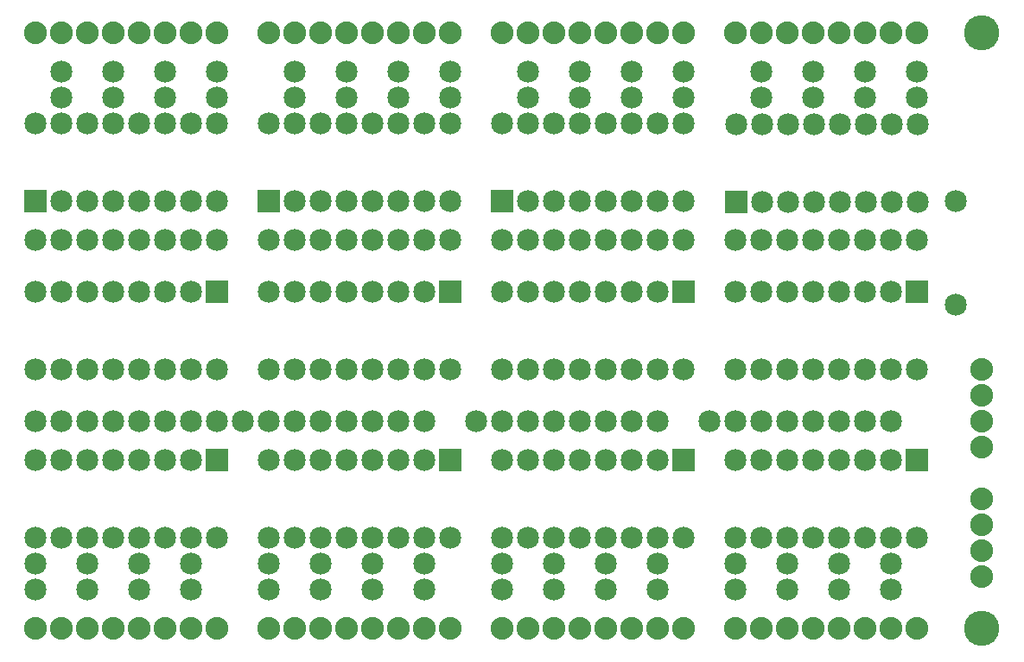
<source format=gts>
G04 MADE WITH FRITZING*
G04 WWW.FRITZING.ORG*
G04 DOUBLE SIDED*
G04 HOLES PLATED*
G04 CONTOUR ON CENTER OF CONTOUR VECTOR*
%ASAXBY*%
%FSLAX23Y23*%
%MOIN*%
%OFA0B0*%
%SFA1.0B1.0*%
%ADD10C,0.085000*%
%ADD11C,0.088000*%
%ADD12C,0.135984*%
%ADD13R,0.085000X0.085000*%
%LNMASK1*%
G90*
G70*
G54D10*
X3673Y1854D03*
X3673Y1454D03*
G54D11*
X823Y2504D03*
X723Y2504D03*
X623Y2504D03*
X523Y2504D03*
X423Y2504D03*
X323Y2504D03*
X223Y2504D03*
X123Y2504D03*
X1723Y2504D03*
X1623Y2504D03*
X1523Y2504D03*
X1423Y2504D03*
X1323Y2504D03*
X1223Y2504D03*
X1123Y2504D03*
X1023Y2504D03*
X2623Y2504D03*
X2523Y2504D03*
X2423Y2504D03*
X2323Y2504D03*
X2223Y2504D03*
X2123Y2504D03*
X2023Y2504D03*
X1923Y2504D03*
X3523Y2504D03*
X3423Y2504D03*
X3323Y2504D03*
X3223Y2504D03*
X3123Y2504D03*
X3023Y2504D03*
X2923Y2504D03*
X2823Y2504D03*
G54D12*
X3773Y204D03*
X3773Y2504D03*
G54D10*
X823Y1504D03*
X823Y1204D03*
X723Y1504D03*
X723Y1204D03*
X623Y1504D03*
X623Y1204D03*
X523Y1504D03*
X523Y1204D03*
X423Y1504D03*
X423Y1204D03*
X323Y1504D03*
X323Y1204D03*
X223Y1504D03*
X223Y1204D03*
X123Y1504D03*
X123Y1204D03*
X1723Y1504D03*
X1723Y1204D03*
X1623Y1504D03*
X1623Y1204D03*
X1523Y1504D03*
X1523Y1204D03*
X1423Y1504D03*
X1423Y1204D03*
X1323Y1504D03*
X1323Y1204D03*
X1223Y1504D03*
X1223Y1204D03*
X1123Y1504D03*
X1123Y1204D03*
X1023Y1504D03*
X1023Y1204D03*
X2623Y1504D03*
X2623Y1204D03*
X2523Y1504D03*
X2523Y1204D03*
X2423Y1504D03*
X2423Y1204D03*
X2323Y1504D03*
X2323Y1204D03*
X2223Y1504D03*
X2223Y1204D03*
X2123Y1504D03*
X2123Y1204D03*
X2023Y1504D03*
X2023Y1204D03*
X1923Y1504D03*
X1923Y1204D03*
X3523Y1504D03*
X3523Y1204D03*
X3423Y1504D03*
X3423Y1204D03*
X3323Y1504D03*
X3323Y1204D03*
X3223Y1504D03*
X3223Y1204D03*
X3123Y1504D03*
X3123Y1204D03*
X3023Y1504D03*
X3023Y1204D03*
X2923Y1504D03*
X2923Y1204D03*
X2823Y1504D03*
X2823Y1204D03*
G54D11*
X3773Y704D03*
X3773Y604D03*
X3773Y504D03*
X3773Y404D03*
X3773Y1204D03*
X3773Y1104D03*
X3773Y1004D03*
X3773Y904D03*
G54D10*
X823Y854D03*
X823Y554D03*
X723Y854D03*
X723Y554D03*
X623Y854D03*
X623Y554D03*
X523Y854D03*
X523Y554D03*
X423Y854D03*
X423Y554D03*
X323Y854D03*
X323Y554D03*
X223Y854D03*
X223Y554D03*
X123Y854D03*
X123Y554D03*
X1723Y854D03*
X1723Y554D03*
X1623Y854D03*
X1623Y554D03*
X1523Y854D03*
X1523Y554D03*
X1423Y854D03*
X1423Y554D03*
X1323Y854D03*
X1323Y554D03*
X1223Y854D03*
X1223Y554D03*
X1123Y854D03*
X1123Y554D03*
X1023Y854D03*
X1023Y554D03*
X2623Y854D03*
X2623Y554D03*
X2523Y854D03*
X2523Y554D03*
X2423Y854D03*
X2423Y554D03*
X2323Y854D03*
X2323Y554D03*
X2223Y854D03*
X2223Y554D03*
X2123Y854D03*
X2123Y554D03*
X2023Y854D03*
X2023Y554D03*
X1923Y854D03*
X1923Y554D03*
X3523Y854D03*
X3523Y554D03*
X3423Y854D03*
X3423Y554D03*
X3323Y854D03*
X3323Y554D03*
X3223Y854D03*
X3223Y554D03*
X3123Y854D03*
X3123Y554D03*
X3023Y854D03*
X3023Y554D03*
X2923Y854D03*
X2923Y554D03*
X2823Y854D03*
X2823Y554D03*
X123Y1854D03*
X123Y2154D03*
X223Y1854D03*
X223Y2154D03*
X323Y1854D03*
X323Y2154D03*
X423Y1854D03*
X423Y2154D03*
X523Y1854D03*
X523Y2154D03*
X623Y1854D03*
X623Y2154D03*
X723Y1854D03*
X723Y2154D03*
X823Y1854D03*
X823Y2154D03*
X1923Y1854D03*
X1923Y2154D03*
X2023Y1854D03*
X2023Y2154D03*
X2123Y1854D03*
X2123Y2154D03*
X2223Y1854D03*
X2223Y2154D03*
X2323Y1854D03*
X2323Y2154D03*
X2423Y1854D03*
X2423Y2154D03*
X2523Y1854D03*
X2523Y2154D03*
X2623Y1854D03*
X2623Y2154D03*
X1023Y1854D03*
X1023Y2154D03*
X1123Y1854D03*
X1123Y2154D03*
X1223Y1854D03*
X1223Y2154D03*
X1323Y1854D03*
X1323Y2154D03*
X1423Y1854D03*
X1423Y2154D03*
X1523Y1854D03*
X1523Y2154D03*
X1623Y1854D03*
X1623Y2154D03*
X1723Y1854D03*
X1723Y2154D03*
X2824Y1853D03*
X2824Y2153D03*
X2924Y1853D03*
X2924Y2153D03*
X3024Y1853D03*
X3024Y2153D03*
X3124Y1853D03*
X3124Y2153D03*
X3224Y1853D03*
X3224Y2153D03*
X3324Y1853D03*
X3324Y2153D03*
X3424Y1853D03*
X3424Y2153D03*
X3524Y1853D03*
X3524Y2153D03*
X3523Y2254D03*
X3523Y2354D03*
X3123Y2354D03*
X3123Y2254D03*
X1723Y2354D03*
X1723Y2254D03*
X2623Y2354D03*
X2623Y2254D03*
X1523Y2354D03*
X1523Y2254D03*
X2423Y2354D03*
X2423Y2254D03*
X1323Y2354D03*
X1323Y2254D03*
X2223Y2354D03*
X2223Y2254D03*
X1123Y2354D03*
X1123Y2254D03*
X2023Y2354D03*
X2023Y2254D03*
X3323Y1004D03*
X3423Y1004D03*
X3123Y1004D03*
X3223Y1004D03*
X2923Y1004D03*
X3023Y1004D03*
X123Y1004D03*
X223Y1004D03*
X923Y1004D03*
X1023Y1004D03*
X1823Y1004D03*
X1923Y1004D03*
X323Y1004D03*
X423Y1004D03*
X1123Y1004D03*
X1223Y1004D03*
X2023Y1004D03*
X2123Y1004D03*
X523Y1004D03*
X623Y1004D03*
X1323Y1004D03*
X1423Y1004D03*
X2223Y1004D03*
X2323Y1004D03*
X723Y1004D03*
X823Y1004D03*
X1523Y1004D03*
X1623Y1004D03*
X2423Y1004D03*
X2523Y1004D03*
X2723Y1004D03*
X2823Y1004D03*
X3423Y1704D03*
X3523Y1704D03*
X3023Y1704D03*
X3123Y1704D03*
X3323Y1704D03*
X3223Y1704D03*
X723Y1704D03*
X823Y1704D03*
X1623Y1704D03*
X1723Y1704D03*
X2523Y1704D03*
X2623Y1704D03*
X623Y1704D03*
X523Y1704D03*
X1523Y1704D03*
X1423Y1704D03*
X2423Y1704D03*
X2323Y1704D03*
X323Y1704D03*
X423Y1704D03*
X1223Y1704D03*
X1323Y1704D03*
X2123Y1704D03*
X2223Y1704D03*
X223Y1704D03*
X123Y1704D03*
X1123Y1704D03*
X1023Y1704D03*
X2023Y1704D03*
X1923Y1704D03*
X2923Y1704D03*
X2823Y1704D03*
X3423Y454D03*
X3423Y354D03*
X3223Y454D03*
X3223Y354D03*
X3023Y454D03*
X3023Y354D03*
X723Y454D03*
X723Y354D03*
X1623Y454D03*
X1623Y354D03*
X2523Y454D03*
X2523Y354D03*
X523Y454D03*
X523Y354D03*
X1423Y454D03*
X1423Y354D03*
X2323Y454D03*
X2323Y354D03*
X323Y454D03*
X323Y354D03*
X1223Y454D03*
X1223Y354D03*
X2123Y454D03*
X2123Y354D03*
X123Y454D03*
X123Y354D03*
X1023Y454D03*
X1023Y354D03*
X1923Y454D03*
X1923Y354D03*
X2823Y454D03*
X2823Y354D03*
X823Y2354D03*
X823Y2254D03*
X623Y2354D03*
X623Y2254D03*
X223Y2354D03*
X223Y2254D03*
X423Y2354D03*
X423Y2254D03*
G54D11*
X123Y204D03*
X223Y204D03*
X323Y204D03*
X423Y204D03*
X523Y204D03*
X623Y204D03*
X723Y204D03*
X823Y204D03*
X2823Y204D03*
X2923Y204D03*
X3023Y204D03*
X3123Y204D03*
X3223Y204D03*
X3323Y204D03*
X3423Y204D03*
X3523Y204D03*
X1923Y204D03*
X2023Y204D03*
X2123Y204D03*
X2223Y204D03*
X2323Y204D03*
X2423Y204D03*
X2523Y204D03*
X2623Y204D03*
X1023Y204D03*
X1123Y204D03*
X1223Y204D03*
X1323Y204D03*
X1423Y204D03*
X1523Y204D03*
X1623Y204D03*
X1723Y204D03*
G54D10*
X3323Y2254D03*
X3323Y2354D03*
X2923Y2354D03*
X2923Y2254D03*
G54D13*
X823Y1504D03*
X1723Y1504D03*
X2623Y1504D03*
X3523Y1504D03*
X823Y854D03*
X1723Y854D03*
X2623Y854D03*
X3523Y854D03*
X123Y1854D03*
X1923Y1854D03*
X1023Y1854D03*
X2824Y1853D03*
G04 End of Mask1*
M02*
</source>
